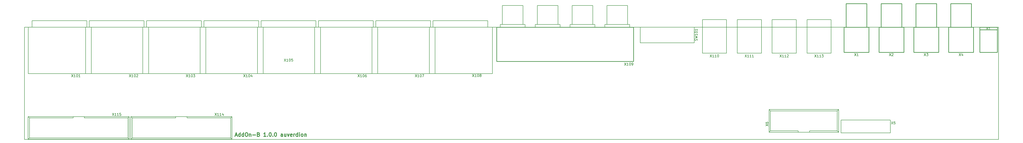
<source format=gto>
G04 #@! TF.GenerationSoftware,KiCad,Pcbnew,(5.1.0-0)*
G04 #@! TF.CreationDate,2019-10-24T22:52:16+02:00*
G04 #@! TF.ProjectId,AddOnB,4164644f-6e42-42e6-9b69-6361645f7063,rev?*
G04 #@! TF.SameCoordinates,Original*
G04 #@! TF.FileFunction,Legend,Top*
G04 #@! TF.FilePolarity,Positive*
%FSLAX46Y46*%
G04 Gerber Fmt 4.6, Leading zero omitted, Abs format (unit mm)*
G04 Created by KiCad (PCBNEW (5.1.0-0)) date 2019-10-24 22:52:16*
%MOMM*%
%LPD*%
G04 APERTURE LIST*
%ADD10C,0.300000*%
%ADD11C,0.150000*%
%ADD12C,0.254000*%
G04 APERTURE END LIST*
D10*
X90614285Y46650000D02*
X91328571Y46650000D01*
X90471428Y46221428D02*
X90971428Y47721428D01*
X91471428Y46221428D01*
X92614285Y46221428D02*
X92614285Y47721428D01*
X92614285Y46292857D02*
X92471428Y46221428D01*
X92185714Y46221428D01*
X92042857Y46292857D01*
X91971428Y46364285D01*
X91900000Y46507142D01*
X91900000Y46935714D01*
X91971428Y47078571D01*
X92042857Y47150000D01*
X92185714Y47221428D01*
X92471428Y47221428D01*
X92614285Y47150000D01*
X93971428Y46221428D02*
X93971428Y47721428D01*
X93971428Y46292857D02*
X93828571Y46221428D01*
X93542857Y46221428D01*
X93400000Y46292857D01*
X93328571Y46364285D01*
X93257142Y46507142D01*
X93257142Y46935714D01*
X93328571Y47078571D01*
X93400000Y47150000D01*
X93542857Y47221428D01*
X93828571Y47221428D01*
X93971428Y47150000D01*
X94971428Y47721428D02*
X95257142Y47721428D01*
X95400000Y47650000D01*
X95542857Y47507142D01*
X95614285Y47221428D01*
X95614285Y46721428D01*
X95542857Y46435714D01*
X95400000Y46292857D01*
X95257142Y46221428D01*
X94971428Y46221428D01*
X94828571Y46292857D01*
X94685714Y46435714D01*
X94614285Y46721428D01*
X94614285Y47221428D01*
X94685714Y47507142D01*
X94828571Y47650000D01*
X94971428Y47721428D01*
X96257142Y47221428D02*
X96257142Y46221428D01*
X96257142Y47078571D02*
X96328571Y47150000D01*
X96471428Y47221428D01*
X96685714Y47221428D01*
X96828571Y47150000D01*
X96900000Y47007142D01*
X96900000Y46221428D01*
X97614285Y46792857D02*
X98757142Y46792857D01*
X99971428Y47007142D02*
X100185714Y46935714D01*
X100257142Y46864285D01*
X100328571Y46721428D01*
X100328571Y46507142D01*
X100257142Y46364285D01*
X100185714Y46292857D01*
X100042857Y46221428D01*
X99471428Y46221428D01*
X99471428Y47721428D01*
X99971428Y47721428D01*
X100114285Y47650000D01*
X100185714Y47578571D01*
X100257142Y47435714D01*
X100257142Y47292857D01*
X100185714Y47150000D01*
X100114285Y47078571D01*
X99971428Y47007142D01*
X99471428Y47007142D01*
X102900000Y46221428D02*
X102042857Y46221428D01*
X102471428Y46221428D02*
X102471428Y47721428D01*
X102328571Y47507142D01*
X102185714Y47364285D01*
X102042857Y47292857D01*
X103542857Y46364285D02*
X103614285Y46292857D01*
X103542857Y46221428D01*
X103471428Y46292857D01*
X103542857Y46364285D01*
X103542857Y46221428D01*
X104542857Y47721428D02*
X104685714Y47721428D01*
X104828571Y47650000D01*
X104900000Y47578571D01*
X104971428Y47435714D01*
X105042857Y47150000D01*
X105042857Y46792857D01*
X104971428Y46507142D01*
X104900000Y46364285D01*
X104828571Y46292857D01*
X104685714Y46221428D01*
X104542857Y46221428D01*
X104400000Y46292857D01*
X104328571Y46364285D01*
X104257142Y46507142D01*
X104185714Y46792857D01*
X104185714Y47150000D01*
X104257142Y47435714D01*
X104328571Y47578571D01*
X104400000Y47650000D01*
X104542857Y47721428D01*
X105685714Y46364285D02*
X105757142Y46292857D01*
X105685714Y46221428D01*
X105614285Y46292857D01*
X105685714Y46364285D01*
X105685714Y46221428D01*
X106685714Y47721428D02*
X106828571Y47721428D01*
X106971428Y47650000D01*
X107042857Y47578571D01*
X107114285Y47435714D01*
X107185714Y47150000D01*
X107185714Y46792857D01*
X107114285Y46507142D01*
X107042857Y46364285D01*
X106971428Y46292857D01*
X106828571Y46221428D01*
X106685714Y46221428D01*
X106542857Y46292857D01*
X106471428Y46364285D01*
X106400000Y46507142D01*
X106328571Y46792857D01*
X106328571Y47150000D01*
X106400000Y47435714D01*
X106471428Y47578571D01*
X106542857Y47650000D01*
X106685714Y47721428D01*
X109614285Y46221428D02*
X109614285Y47007142D01*
X109542857Y47150000D01*
X109400000Y47221428D01*
X109114285Y47221428D01*
X108971428Y47150000D01*
X109614285Y46292857D02*
X109471428Y46221428D01*
X109114285Y46221428D01*
X108971428Y46292857D01*
X108900000Y46435714D01*
X108900000Y46578571D01*
X108971428Y46721428D01*
X109114285Y46792857D01*
X109471428Y46792857D01*
X109614285Y46864285D01*
X110971428Y47221428D02*
X110971428Y46221428D01*
X110328571Y47221428D02*
X110328571Y46435714D01*
X110400000Y46292857D01*
X110542857Y46221428D01*
X110757142Y46221428D01*
X110900000Y46292857D01*
X110971428Y46364285D01*
X111542857Y47221428D02*
X111900000Y46221428D01*
X112257142Y47221428D01*
X113400000Y46292857D02*
X113257142Y46221428D01*
X112971428Y46221428D01*
X112828571Y46292857D01*
X112757142Y46435714D01*
X112757142Y47007142D01*
X112828571Y47150000D01*
X112971428Y47221428D01*
X113257142Y47221428D01*
X113400000Y47150000D01*
X113471428Y47007142D01*
X113471428Y46864285D01*
X112757142Y46721428D01*
X114114285Y46221428D02*
X114114285Y47221428D01*
X114114285Y46935714D02*
X114185714Y47078571D01*
X114257142Y47150000D01*
X114400000Y47221428D01*
X114542857Y47221428D01*
X115685714Y46221428D02*
X115685714Y47721428D01*
X115685714Y46292857D02*
X115542857Y46221428D01*
X115257142Y46221428D01*
X115114285Y46292857D01*
X115042857Y46364285D01*
X114971428Y46507142D01*
X114971428Y46935714D01*
X115042857Y47078571D01*
X115114285Y47150000D01*
X115257142Y47221428D01*
X115542857Y47221428D01*
X115685714Y47150000D01*
X116400000Y46221428D02*
X116400000Y47221428D01*
X116400000Y47721428D02*
X116328571Y47650000D01*
X116400000Y47578571D01*
X116471428Y47650000D01*
X116400000Y47721428D01*
X116400000Y47578571D01*
X117328571Y46221428D02*
X117185714Y46292857D01*
X117114285Y46364285D01*
X117042857Y46507142D01*
X117042857Y46935714D01*
X117114285Y47078571D01*
X117185714Y47150000D01*
X117328571Y47221428D01*
X117542857Y47221428D01*
X117685714Y47150000D01*
X117757142Y47078571D01*
X117828571Y46935714D01*
X117828571Y46507142D01*
X117757142Y46364285D01*
X117685714Y46292857D01*
X117542857Y46221428D01*
X117328571Y46221428D01*
X118471428Y47221428D02*
X118471428Y46221428D01*
X118471428Y47078571D02*
X118542857Y47150000D01*
X118685714Y47221428D01*
X118900000Y47221428D01*
X119042857Y47150000D01*
X119114285Y47007142D01*
X119114285Y46221428D01*
D11*
X6000000Y45000000D02*
X6000000Y90000000D01*
X397000000Y45000000D02*
X6000000Y45000000D01*
X397000000Y90000000D02*
X397000000Y45000000D01*
X6000000Y90000000D02*
X397000000Y90000000D01*
X332860000Y47880000D02*
X332300000Y48430000D01*
X304920000Y47880000D02*
X305460000Y48430000D01*
X332860000Y56980000D02*
X332300000Y56430000D01*
X304920000Y56980000D02*
X305460000Y56430000D01*
X332300000Y56430000D02*
X332300000Y48430000D01*
X332860000Y56980000D02*
X332860000Y47880000D01*
X305460000Y56430000D02*
X305460000Y48430000D01*
X304920000Y56980000D02*
X304920000Y47880000D01*
X321140000Y48430000D02*
X321140000Y47880000D01*
X316640000Y48430000D02*
X316640000Y47880000D01*
X321140000Y48430000D02*
X332300000Y48430000D01*
X305460000Y48430000D02*
X316640000Y48430000D01*
X304920000Y47880000D02*
X332860000Y47880000D01*
X305460000Y56430000D02*
X332300000Y56430000D01*
X304920000Y56980000D02*
X332860000Y56980000D01*
D12*
X377000000Y90000000D02*
X387000000Y90000000D01*
X387000000Y90000000D02*
X387000000Y80000000D01*
X387000000Y80000000D02*
X377000000Y80000000D01*
X377000000Y80000000D02*
X377000000Y90000000D01*
X377850000Y90000000D02*
X377850000Y99500000D01*
X377850000Y99500000D02*
X386150000Y99500000D01*
X386150000Y99500000D02*
X386150000Y90000000D01*
X372150000Y99500000D02*
X372150000Y90000000D01*
X363850000Y99500000D02*
X372150000Y99500000D01*
X363850000Y90000000D02*
X363850000Y99500000D01*
X363000000Y80000000D02*
X363000000Y90000000D01*
X373000000Y80000000D02*
X363000000Y80000000D01*
X373000000Y90000000D02*
X373000000Y80000000D01*
X363000000Y90000000D02*
X373000000Y90000000D01*
X349000000Y90000000D02*
X359000000Y90000000D01*
X359000000Y90000000D02*
X359000000Y80000000D01*
X359000000Y80000000D02*
X349000000Y80000000D01*
X349000000Y80000000D02*
X349000000Y90000000D01*
X349850000Y90000000D02*
X349850000Y99500000D01*
X349850000Y99500000D02*
X358150000Y99500000D01*
X358150000Y99500000D02*
X358150000Y90000000D01*
D11*
X7500000Y90000000D02*
X7500000Y71400000D01*
X7500000Y71400000D02*
X32800000Y71400000D01*
X32800000Y71400000D02*
X32800000Y90000000D01*
X32800000Y90000000D02*
X7500000Y90000000D01*
X9000000Y90000000D02*
X9000000Y92700000D01*
X9000000Y92700000D02*
X31000000Y92700000D01*
X31000000Y92700000D02*
X31000000Y90000000D01*
X30500000Y90000000D02*
X30500000Y71400000D01*
X30500000Y71400000D02*
X55800000Y71400000D01*
X55800000Y71400000D02*
X55800000Y90000000D01*
X55800000Y90000000D02*
X30500000Y90000000D01*
X32000000Y90000000D02*
X32000000Y92700000D01*
X32000000Y92700000D02*
X54000000Y92700000D01*
X54000000Y92700000D02*
X54000000Y90000000D01*
X53500000Y90000000D02*
X53500000Y71400000D01*
X53500000Y71400000D02*
X78800000Y71400000D01*
X78800000Y71400000D02*
X78800000Y90000000D01*
X78800000Y90000000D02*
X53500000Y90000000D01*
X55000000Y90000000D02*
X55000000Y92700000D01*
X55000000Y92700000D02*
X77000000Y92700000D01*
X77000000Y92700000D02*
X77000000Y90000000D01*
X76500000Y90000000D02*
X76500000Y71400000D01*
X76500000Y71400000D02*
X101800000Y71400000D01*
X101800000Y71400000D02*
X101800000Y90000000D01*
X101800000Y90000000D02*
X76500000Y90000000D01*
X78000000Y90000000D02*
X78000000Y92700000D01*
X78000000Y92700000D02*
X100000000Y92700000D01*
X100000000Y92700000D02*
X100000000Y90000000D01*
X99500000Y90000000D02*
X99500000Y71400000D01*
X99500000Y71400000D02*
X124800000Y71400000D01*
X124800000Y71400000D02*
X124800000Y90000000D01*
X124800000Y90000000D02*
X99500000Y90000000D01*
X101000000Y90000000D02*
X101000000Y92700000D01*
X101000000Y92700000D02*
X123000000Y92700000D01*
X123000000Y92700000D02*
X123000000Y90000000D01*
X122500000Y90000000D02*
X122500000Y71400000D01*
X122500000Y71400000D02*
X147800000Y71400000D01*
X147800000Y71400000D02*
X147800000Y90000000D01*
X147800000Y90000000D02*
X122500000Y90000000D01*
X124000000Y90000000D02*
X124000000Y92700000D01*
X124000000Y92700000D02*
X146000000Y92700000D01*
X146000000Y92700000D02*
X146000000Y90000000D01*
X145500000Y90000000D02*
X145500000Y71400000D01*
X145500000Y71400000D02*
X170800000Y71400000D01*
X170800000Y71400000D02*
X170800000Y90000000D01*
X170800000Y90000000D02*
X145500000Y90000000D01*
X147000000Y90000000D02*
X147000000Y92700000D01*
X147000000Y92700000D02*
X169000000Y92700000D01*
X169000000Y92700000D02*
X169000000Y90000000D01*
X168500000Y90000000D02*
X168500000Y71400000D01*
X168500000Y71400000D02*
X193800000Y71400000D01*
X193800000Y71400000D02*
X193800000Y90000000D01*
X193800000Y90000000D02*
X168500000Y90000000D01*
X170000000Y90000000D02*
X170000000Y92700000D01*
X170000000Y92700000D02*
X192000000Y92700000D01*
X192000000Y92700000D02*
X192000000Y90000000D01*
D12*
X250500000Y76300000D02*
X250500000Y90000000D01*
X195500000Y76300000D02*
X250500000Y76300000D01*
X195500000Y90000000D02*
X195500000Y76300000D01*
X250500000Y90000000D02*
X195500000Y90000000D01*
D11*
X207000000Y90000000D02*
X207000000Y91100000D01*
X206150000Y98800000D02*
X206150000Y91100000D01*
X206150000Y98800000D02*
X197850000Y98800000D01*
X197000000Y91100000D02*
X197000000Y90000000D01*
X197850000Y98800000D02*
X197850000Y91100000D01*
X207000000Y91100000D02*
X197000000Y91100000D01*
X221000000Y91100000D02*
X211000000Y91100000D01*
X220150000Y98800000D02*
X220150000Y91100000D01*
X221000000Y90000000D02*
X221000000Y91100000D01*
X220150000Y98800000D02*
X211850000Y98800000D01*
X211000000Y91100000D02*
X211000000Y90000000D01*
X211850000Y98800000D02*
X211850000Y91100000D01*
X225000000Y91100000D02*
X225000000Y90000000D01*
X235000000Y91100000D02*
X225000000Y91100000D01*
X235000000Y90000000D02*
X235000000Y91100000D01*
X234150000Y98800000D02*
X225850000Y98800000D01*
X234150000Y98800000D02*
X234150000Y91100000D01*
X225850000Y98800000D02*
X225850000Y91100000D01*
X248150000Y98800000D02*
X239850000Y98800000D01*
X248150000Y98800000D02*
X248150000Y91100000D01*
X239850000Y98800000D02*
X239850000Y91100000D01*
X239000000Y91100000D02*
X239000000Y90000000D01*
X249000000Y91100000D02*
X239000000Y91100000D01*
X249000000Y90000000D02*
X249000000Y91100000D01*
X278150000Y79610000D02*
X287850000Y79610000D01*
X287850000Y79610000D02*
X287850000Y93110000D01*
X287850000Y93100000D02*
X278150000Y93100000D01*
X278150000Y93110000D02*
X278150000Y79610000D01*
X292150000Y93110000D02*
X292150000Y79610000D01*
X301850000Y93100000D02*
X292150000Y93100000D01*
X301850000Y79610000D02*
X301850000Y93110000D01*
X292150000Y79610000D02*
X301850000Y79610000D01*
X306150000Y79610000D02*
X315850000Y79610000D01*
X315850000Y79610000D02*
X315850000Y93110000D01*
X315850000Y93100000D02*
X306150000Y93100000D01*
X306150000Y93110000D02*
X306150000Y79610000D01*
X320150000Y93110000D02*
X320150000Y79610000D01*
X329850000Y93100000D02*
X320150000Y93100000D01*
X329850000Y79610000D02*
X329850000Y93110000D01*
X320150000Y79610000D02*
X329850000Y79610000D01*
X48640000Y54180000D02*
X49200000Y53630000D01*
X89280000Y54180000D02*
X88740000Y53630000D01*
X48640000Y45080000D02*
X49200000Y45630000D01*
X89280000Y45080000D02*
X88740000Y45630000D01*
X49200000Y45630000D02*
X49200000Y53630000D01*
X48640000Y45080000D02*
X48640000Y54180000D01*
X88740000Y45630000D02*
X88740000Y53630000D01*
X89280000Y45080000D02*
X89280000Y54180000D01*
X66710000Y53630000D02*
X66710000Y54180000D01*
X71210000Y53630000D02*
X71210000Y54180000D01*
X66710000Y53630000D02*
X49200000Y53630000D01*
X88740000Y53630000D02*
X71210000Y53630000D01*
X89280000Y54180000D02*
X48640000Y54180000D01*
X88740000Y45630000D02*
X49200000Y45630000D01*
X89280000Y45080000D02*
X48640000Y45080000D01*
X48080000Y45080000D02*
X7440000Y45080000D01*
X47540000Y45630000D02*
X8000000Y45630000D01*
X48080000Y54180000D02*
X7440000Y54180000D01*
X47540000Y53630000D02*
X30010000Y53630000D01*
X25510000Y53630000D02*
X8000000Y53630000D01*
X30010000Y53630000D02*
X30010000Y54180000D01*
X25510000Y53630000D02*
X25510000Y54180000D01*
X48080000Y45080000D02*
X48080000Y54180000D01*
X47540000Y45630000D02*
X47540000Y53630000D01*
X7440000Y45080000D02*
X7440000Y54180000D01*
X8000000Y45630000D02*
X8000000Y53630000D01*
X48080000Y45080000D02*
X47540000Y45630000D01*
X7440000Y45080000D02*
X8000000Y45630000D01*
X48080000Y54180000D02*
X47540000Y53630000D01*
X7440000Y54180000D02*
X8000000Y53630000D01*
D12*
X344150000Y99500000D02*
X344150000Y90000000D01*
X335850000Y99500000D02*
X344150000Y99500000D01*
X335850000Y90000000D02*
X335850000Y99500000D01*
X335000000Y80000000D02*
X335000000Y90000000D01*
X345000000Y80000000D02*
X335000000Y80000000D01*
X345000000Y90000000D02*
X345000000Y80000000D01*
X335000000Y90000000D02*
X345000000Y90000000D01*
D11*
X333770000Y47600000D02*
X333770000Y52800000D01*
X353630000Y47600000D02*
X333770000Y47600000D01*
X353630000Y52800000D02*
X353630000Y47600000D01*
X333770000Y52800000D02*
X353630000Y52800000D01*
D12*
X389500000Y90000000D02*
X389500000Y80000000D01*
X389500000Y80000000D02*
X396500000Y80000000D01*
X396500000Y80000000D02*
X396500000Y90000000D01*
X396500000Y90000000D02*
X389500000Y90000000D01*
X389500000Y89000000D02*
X396500000Y89000000D01*
D11*
X274840000Y83800000D02*
X253160000Y83800000D01*
X253160000Y83800000D02*
X253160000Y90000000D01*
X253160000Y90000000D02*
X274840000Y90000000D01*
X274840000Y90000000D02*
X274840000Y83800000D01*
X303552380Y50390476D02*
X304552380Y51057142D01*
X303552380Y51057142D02*
X304552380Y50390476D01*
X303552380Y51866666D02*
X303552380Y51676190D01*
X303600000Y51580952D01*
X303647619Y51533333D01*
X303790476Y51438095D01*
X303980952Y51390476D01*
X304361904Y51390476D01*
X304457142Y51438095D01*
X304504761Y51485714D01*
X304552380Y51580952D01*
X304552380Y51771428D01*
X304504761Y51866666D01*
X304457142Y51914285D01*
X304361904Y51961904D01*
X304123809Y51961904D01*
X304028571Y51914285D01*
X303980952Y51866666D01*
X303933333Y51771428D01*
X303933333Y51580952D01*
X303980952Y51485714D01*
X304028571Y51438095D01*
X304123809Y51390476D01*
X381190476Y79547619D02*
X381857142Y78547619D01*
X381857142Y79547619D02*
X381190476Y78547619D01*
X382666666Y79214285D02*
X382666666Y78547619D01*
X382428571Y79595238D02*
X382190476Y78880952D01*
X382809523Y78880952D01*
X367190476Y79547619D02*
X367857142Y78547619D01*
X367857142Y79547619D02*
X367190476Y78547619D01*
X368142857Y79547619D02*
X368761904Y79547619D01*
X368428571Y79166666D01*
X368571428Y79166666D01*
X368666666Y79119047D01*
X368714285Y79071428D01*
X368761904Y78976190D01*
X368761904Y78738095D01*
X368714285Y78642857D01*
X368666666Y78595238D01*
X368571428Y78547619D01*
X368285714Y78547619D01*
X368190476Y78595238D01*
X368142857Y78642857D01*
X353190476Y79547619D02*
X353857142Y78547619D01*
X353857142Y79547619D02*
X353190476Y78547619D01*
X354190476Y79452380D02*
X354238095Y79500000D01*
X354333333Y79547619D01*
X354571428Y79547619D01*
X354666666Y79500000D01*
X354714285Y79452380D01*
X354761904Y79357142D01*
X354761904Y79261904D01*
X354714285Y79119047D01*
X354142857Y78547619D01*
X354761904Y78547619D01*
X24838095Y71047619D02*
X25504761Y70047619D01*
X25504761Y71047619D02*
X24838095Y70047619D01*
X26409523Y70047619D02*
X25838095Y70047619D01*
X26123809Y70047619D02*
X26123809Y71047619D01*
X26028571Y70904761D01*
X25933333Y70809523D01*
X25838095Y70761904D01*
X27028571Y71047619D02*
X27123809Y71047619D01*
X27219047Y71000000D01*
X27266666Y70952380D01*
X27314285Y70857142D01*
X27361904Y70666666D01*
X27361904Y70428571D01*
X27314285Y70238095D01*
X27266666Y70142857D01*
X27219047Y70095238D01*
X27123809Y70047619D01*
X27028571Y70047619D01*
X26933333Y70095238D01*
X26885714Y70142857D01*
X26838095Y70238095D01*
X26790476Y70428571D01*
X26790476Y70666666D01*
X26838095Y70857142D01*
X26885714Y70952380D01*
X26933333Y71000000D01*
X27028571Y71047619D01*
X28314285Y70047619D02*
X27742857Y70047619D01*
X28028571Y70047619D02*
X28028571Y71047619D01*
X27933333Y70904761D01*
X27838095Y70809523D01*
X27742857Y70761904D01*
X48038095Y71047619D02*
X48704761Y70047619D01*
X48704761Y71047619D02*
X48038095Y70047619D01*
X49609523Y70047619D02*
X49038095Y70047619D01*
X49323809Y70047619D02*
X49323809Y71047619D01*
X49228571Y70904761D01*
X49133333Y70809523D01*
X49038095Y70761904D01*
X50228571Y71047619D02*
X50323809Y71047619D01*
X50419047Y71000000D01*
X50466666Y70952380D01*
X50514285Y70857142D01*
X50561904Y70666666D01*
X50561904Y70428571D01*
X50514285Y70238095D01*
X50466666Y70142857D01*
X50419047Y70095238D01*
X50323809Y70047619D01*
X50228571Y70047619D01*
X50133333Y70095238D01*
X50085714Y70142857D01*
X50038095Y70238095D01*
X49990476Y70428571D01*
X49990476Y70666666D01*
X50038095Y70857142D01*
X50085714Y70952380D01*
X50133333Y71000000D01*
X50228571Y71047619D01*
X50942857Y70952380D02*
X50990476Y71000000D01*
X51085714Y71047619D01*
X51323809Y71047619D01*
X51419047Y71000000D01*
X51466666Y70952380D01*
X51514285Y70857142D01*
X51514285Y70761904D01*
X51466666Y70619047D01*
X50895238Y70047619D01*
X51514285Y70047619D01*
X70938095Y71047619D02*
X71604761Y70047619D01*
X71604761Y71047619D02*
X70938095Y70047619D01*
X72509523Y70047619D02*
X71938095Y70047619D01*
X72223809Y70047619D02*
X72223809Y71047619D01*
X72128571Y70904761D01*
X72033333Y70809523D01*
X71938095Y70761904D01*
X73128571Y71047619D02*
X73223809Y71047619D01*
X73319047Y71000000D01*
X73366666Y70952380D01*
X73414285Y70857142D01*
X73461904Y70666666D01*
X73461904Y70428571D01*
X73414285Y70238095D01*
X73366666Y70142857D01*
X73319047Y70095238D01*
X73223809Y70047619D01*
X73128571Y70047619D01*
X73033333Y70095238D01*
X72985714Y70142857D01*
X72938095Y70238095D01*
X72890476Y70428571D01*
X72890476Y70666666D01*
X72938095Y70857142D01*
X72985714Y70952380D01*
X73033333Y71000000D01*
X73128571Y71047619D01*
X73795238Y71047619D02*
X74414285Y71047619D01*
X74080952Y70666666D01*
X74223809Y70666666D01*
X74319047Y70619047D01*
X74366666Y70571428D01*
X74414285Y70476190D01*
X74414285Y70238095D01*
X74366666Y70142857D01*
X74319047Y70095238D01*
X74223809Y70047619D01*
X73938095Y70047619D01*
X73842857Y70095238D01*
X73795238Y70142857D01*
X93938095Y71047619D02*
X94604761Y70047619D01*
X94604761Y71047619D02*
X93938095Y70047619D01*
X95509523Y70047619D02*
X94938095Y70047619D01*
X95223809Y70047619D02*
X95223809Y71047619D01*
X95128571Y70904761D01*
X95033333Y70809523D01*
X94938095Y70761904D01*
X96128571Y71047619D02*
X96223809Y71047619D01*
X96319047Y71000000D01*
X96366666Y70952380D01*
X96414285Y70857142D01*
X96461904Y70666666D01*
X96461904Y70428571D01*
X96414285Y70238095D01*
X96366666Y70142857D01*
X96319047Y70095238D01*
X96223809Y70047619D01*
X96128571Y70047619D01*
X96033333Y70095238D01*
X95985714Y70142857D01*
X95938095Y70238095D01*
X95890476Y70428571D01*
X95890476Y70666666D01*
X95938095Y70857142D01*
X95985714Y70952380D01*
X96033333Y71000000D01*
X96128571Y71047619D01*
X97319047Y70714285D02*
X97319047Y70047619D01*
X97080952Y71095238D02*
X96842857Y70380952D01*
X97461904Y70380952D01*
X110238095Y77347619D02*
X110904761Y76347619D01*
X110904761Y77347619D02*
X110238095Y76347619D01*
X111809523Y76347619D02*
X111238095Y76347619D01*
X111523809Y76347619D02*
X111523809Y77347619D01*
X111428571Y77204761D01*
X111333333Y77109523D01*
X111238095Y77061904D01*
X112428571Y77347619D02*
X112523809Y77347619D01*
X112619047Y77300000D01*
X112666666Y77252380D01*
X112714285Y77157142D01*
X112761904Y76966666D01*
X112761904Y76728571D01*
X112714285Y76538095D01*
X112666666Y76442857D01*
X112619047Y76395238D01*
X112523809Y76347619D01*
X112428571Y76347619D01*
X112333333Y76395238D01*
X112285714Y76442857D01*
X112238095Y76538095D01*
X112190476Y76728571D01*
X112190476Y76966666D01*
X112238095Y77157142D01*
X112285714Y77252380D01*
X112333333Y77300000D01*
X112428571Y77347619D01*
X113666666Y77347619D02*
X113190476Y77347619D01*
X113142857Y76871428D01*
X113190476Y76919047D01*
X113285714Y76966666D01*
X113523809Y76966666D01*
X113619047Y76919047D01*
X113666666Y76871428D01*
X113714285Y76776190D01*
X113714285Y76538095D01*
X113666666Y76442857D01*
X113619047Y76395238D01*
X113523809Y76347619D01*
X113285714Y76347619D01*
X113190476Y76395238D01*
X113142857Y76442857D01*
X139838095Y71047619D02*
X140504761Y70047619D01*
X140504761Y71047619D02*
X139838095Y70047619D01*
X141409523Y70047619D02*
X140838095Y70047619D01*
X141123809Y70047619D02*
X141123809Y71047619D01*
X141028571Y70904761D01*
X140933333Y70809523D01*
X140838095Y70761904D01*
X142028571Y71047619D02*
X142123809Y71047619D01*
X142219047Y71000000D01*
X142266666Y70952380D01*
X142314285Y70857142D01*
X142361904Y70666666D01*
X142361904Y70428571D01*
X142314285Y70238095D01*
X142266666Y70142857D01*
X142219047Y70095238D01*
X142123809Y70047619D01*
X142028571Y70047619D01*
X141933333Y70095238D01*
X141885714Y70142857D01*
X141838095Y70238095D01*
X141790476Y70428571D01*
X141790476Y70666666D01*
X141838095Y70857142D01*
X141885714Y70952380D01*
X141933333Y71000000D01*
X142028571Y71047619D01*
X143219047Y71047619D02*
X143028571Y71047619D01*
X142933333Y71000000D01*
X142885714Y70952380D01*
X142790476Y70809523D01*
X142742857Y70619047D01*
X142742857Y70238095D01*
X142790476Y70142857D01*
X142838095Y70095238D01*
X142933333Y70047619D01*
X143123809Y70047619D01*
X143219047Y70095238D01*
X143266666Y70142857D01*
X143314285Y70238095D01*
X143314285Y70476190D01*
X143266666Y70571428D01*
X143219047Y70619047D01*
X143123809Y70666666D01*
X142933333Y70666666D01*
X142838095Y70619047D01*
X142790476Y70571428D01*
X142742857Y70476190D01*
X162838095Y71047619D02*
X163504761Y70047619D01*
X163504761Y71047619D02*
X162838095Y70047619D01*
X164409523Y70047619D02*
X163838095Y70047619D01*
X164123809Y70047619D02*
X164123809Y71047619D01*
X164028571Y70904761D01*
X163933333Y70809523D01*
X163838095Y70761904D01*
X165028571Y71047619D02*
X165123809Y71047619D01*
X165219047Y71000000D01*
X165266666Y70952380D01*
X165314285Y70857142D01*
X165361904Y70666666D01*
X165361904Y70428571D01*
X165314285Y70238095D01*
X165266666Y70142857D01*
X165219047Y70095238D01*
X165123809Y70047619D01*
X165028571Y70047619D01*
X164933333Y70095238D01*
X164885714Y70142857D01*
X164838095Y70238095D01*
X164790476Y70428571D01*
X164790476Y70666666D01*
X164838095Y70857142D01*
X164885714Y70952380D01*
X164933333Y71000000D01*
X165028571Y71047619D01*
X165695238Y71047619D02*
X166361904Y71047619D01*
X165933333Y70047619D01*
X185838095Y71147619D02*
X186504761Y70147619D01*
X186504761Y71147619D02*
X185838095Y70147619D01*
X187409523Y70147619D02*
X186838095Y70147619D01*
X187123809Y70147619D02*
X187123809Y71147619D01*
X187028571Y71004761D01*
X186933333Y70909523D01*
X186838095Y70861904D01*
X188028571Y71147619D02*
X188123809Y71147619D01*
X188219047Y71100000D01*
X188266666Y71052380D01*
X188314285Y70957142D01*
X188361904Y70766666D01*
X188361904Y70528571D01*
X188314285Y70338095D01*
X188266666Y70242857D01*
X188219047Y70195238D01*
X188123809Y70147619D01*
X188028571Y70147619D01*
X187933333Y70195238D01*
X187885714Y70242857D01*
X187838095Y70338095D01*
X187790476Y70528571D01*
X187790476Y70766666D01*
X187838095Y70957142D01*
X187885714Y71052380D01*
X187933333Y71100000D01*
X188028571Y71147619D01*
X188933333Y70719047D02*
X188838095Y70766666D01*
X188790476Y70814285D01*
X188742857Y70909523D01*
X188742857Y70957142D01*
X188790476Y71052380D01*
X188838095Y71100000D01*
X188933333Y71147619D01*
X189123809Y71147619D01*
X189219047Y71100000D01*
X189266666Y71052380D01*
X189314285Y70957142D01*
X189314285Y70909523D01*
X189266666Y70814285D01*
X189219047Y70766666D01*
X189123809Y70719047D01*
X188933333Y70719047D01*
X188838095Y70671428D01*
X188790476Y70623809D01*
X188742857Y70528571D01*
X188742857Y70338095D01*
X188790476Y70242857D01*
X188838095Y70195238D01*
X188933333Y70147619D01*
X189123809Y70147619D01*
X189219047Y70195238D01*
X189266666Y70242857D01*
X189314285Y70338095D01*
X189314285Y70528571D01*
X189266666Y70623809D01*
X189219047Y70671428D01*
X189123809Y70719047D01*
X246838095Y75747619D02*
X247504761Y74747619D01*
X247504761Y75747619D02*
X246838095Y74747619D01*
X248409523Y74747619D02*
X247838095Y74747619D01*
X248123809Y74747619D02*
X248123809Y75747619D01*
X248028571Y75604761D01*
X247933333Y75509523D01*
X247838095Y75461904D01*
X249028571Y75747619D02*
X249123809Y75747619D01*
X249219047Y75700000D01*
X249266666Y75652380D01*
X249314285Y75557142D01*
X249361904Y75366666D01*
X249361904Y75128571D01*
X249314285Y74938095D01*
X249266666Y74842857D01*
X249219047Y74795238D01*
X249123809Y74747619D01*
X249028571Y74747619D01*
X248933333Y74795238D01*
X248885714Y74842857D01*
X248838095Y74938095D01*
X248790476Y75128571D01*
X248790476Y75366666D01*
X248838095Y75557142D01*
X248885714Y75652380D01*
X248933333Y75700000D01*
X249028571Y75747619D01*
X249838095Y74747619D02*
X250028571Y74747619D01*
X250123809Y74795238D01*
X250171428Y74842857D01*
X250266666Y74985714D01*
X250314285Y75176190D01*
X250314285Y75557142D01*
X250266666Y75652380D01*
X250219047Y75700000D01*
X250123809Y75747619D01*
X249933333Y75747619D01*
X249838095Y75700000D01*
X249790476Y75652380D01*
X249742857Y75557142D01*
X249742857Y75319047D01*
X249790476Y75223809D01*
X249838095Y75176190D01*
X249933333Y75128571D01*
X250123809Y75128571D01*
X250219047Y75176190D01*
X250266666Y75223809D01*
X250314285Y75319047D01*
X281238095Y79047619D02*
X281904761Y78047619D01*
X281904761Y79047619D02*
X281238095Y78047619D01*
X282809523Y78047619D02*
X282238095Y78047619D01*
X282523809Y78047619D02*
X282523809Y79047619D01*
X282428571Y78904761D01*
X282333333Y78809523D01*
X282238095Y78761904D01*
X283761904Y78047619D02*
X283190476Y78047619D01*
X283476190Y78047619D02*
X283476190Y79047619D01*
X283380952Y78904761D01*
X283285714Y78809523D01*
X283190476Y78761904D01*
X284380952Y79047619D02*
X284476190Y79047619D01*
X284571428Y79000000D01*
X284619047Y78952380D01*
X284666666Y78857142D01*
X284714285Y78666666D01*
X284714285Y78428571D01*
X284666666Y78238095D01*
X284619047Y78142857D01*
X284571428Y78095238D01*
X284476190Y78047619D01*
X284380952Y78047619D01*
X284285714Y78095238D01*
X284238095Y78142857D01*
X284190476Y78238095D01*
X284142857Y78428571D01*
X284142857Y78666666D01*
X284190476Y78857142D01*
X284238095Y78952380D01*
X284285714Y79000000D01*
X284380952Y79047619D01*
X295238095Y79047619D02*
X295904761Y78047619D01*
X295904761Y79047619D02*
X295238095Y78047619D01*
X296809523Y78047619D02*
X296238095Y78047619D01*
X296523809Y78047619D02*
X296523809Y79047619D01*
X296428571Y78904761D01*
X296333333Y78809523D01*
X296238095Y78761904D01*
X297761904Y78047619D02*
X297190476Y78047619D01*
X297476190Y78047619D02*
X297476190Y79047619D01*
X297380952Y78904761D01*
X297285714Y78809523D01*
X297190476Y78761904D01*
X298714285Y78047619D02*
X298142857Y78047619D01*
X298428571Y78047619D02*
X298428571Y79047619D01*
X298333333Y78904761D01*
X298238095Y78809523D01*
X298142857Y78761904D01*
X309238095Y79047619D02*
X309904761Y78047619D01*
X309904761Y79047619D02*
X309238095Y78047619D01*
X310809523Y78047619D02*
X310238095Y78047619D01*
X310523809Y78047619D02*
X310523809Y79047619D01*
X310428571Y78904761D01*
X310333333Y78809523D01*
X310238095Y78761904D01*
X311761904Y78047619D02*
X311190476Y78047619D01*
X311476190Y78047619D02*
X311476190Y79047619D01*
X311380952Y78904761D01*
X311285714Y78809523D01*
X311190476Y78761904D01*
X312142857Y78952380D02*
X312190476Y79000000D01*
X312285714Y79047619D01*
X312523809Y79047619D01*
X312619047Y79000000D01*
X312666666Y78952380D01*
X312714285Y78857142D01*
X312714285Y78761904D01*
X312666666Y78619047D01*
X312095238Y78047619D01*
X312714285Y78047619D01*
X323238095Y79047619D02*
X323904761Y78047619D01*
X323904761Y79047619D02*
X323238095Y78047619D01*
X324809523Y78047619D02*
X324238095Y78047619D01*
X324523809Y78047619D02*
X324523809Y79047619D01*
X324428571Y78904761D01*
X324333333Y78809523D01*
X324238095Y78761904D01*
X325761904Y78047619D02*
X325190476Y78047619D01*
X325476190Y78047619D02*
X325476190Y79047619D01*
X325380952Y78904761D01*
X325285714Y78809523D01*
X325190476Y78761904D01*
X326095238Y79047619D02*
X326714285Y79047619D01*
X326380952Y78666666D01*
X326523809Y78666666D01*
X326619047Y78619047D01*
X326666666Y78571428D01*
X326714285Y78476190D01*
X326714285Y78238095D01*
X326666666Y78142857D01*
X326619047Y78095238D01*
X326523809Y78047619D01*
X326238095Y78047619D01*
X326142857Y78095238D01*
X326095238Y78142857D01*
X82438095Y55547619D02*
X83104761Y54547619D01*
X83104761Y55547619D02*
X82438095Y54547619D01*
X84009523Y54547619D02*
X83438095Y54547619D01*
X83723809Y54547619D02*
X83723809Y55547619D01*
X83628571Y55404761D01*
X83533333Y55309523D01*
X83438095Y55261904D01*
X84961904Y54547619D02*
X84390476Y54547619D01*
X84676190Y54547619D02*
X84676190Y55547619D01*
X84580952Y55404761D01*
X84485714Y55309523D01*
X84390476Y55261904D01*
X85819047Y55214285D02*
X85819047Y54547619D01*
X85580952Y55595238D02*
X85342857Y54880952D01*
X85961904Y54880952D01*
X41238095Y55547619D02*
X41904761Y54547619D01*
X41904761Y55547619D02*
X41238095Y54547619D01*
X42809523Y54547619D02*
X42238095Y54547619D01*
X42523809Y54547619D02*
X42523809Y55547619D01*
X42428571Y55404761D01*
X42333333Y55309523D01*
X42238095Y55261904D01*
X43761904Y54547619D02*
X43190476Y54547619D01*
X43476190Y54547619D02*
X43476190Y55547619D01*
X43380952Y55404761D01*
X43285714Y55309523D01*
X43190476Y55261904D01*
X44666666Y55547619D02*
X44190476Y55547619D01*
X44142857Y55071428D01*
X44190476Y55119047D01*
X44285714Y55166666D01*
X44523809Y55166666D01*
X44619047Y55119047D01*
X44666666Y55071428D01*
X44714285Y54976190D01*
X44714285Y54738095D01*
X44666666Y54642857D01*
X44619047Y54595238D01*
X44523809Y54547619D01*
X44285714Y54547619D01*
X44190476Y54595238D01*
X44142857Y54642857D01*
X339190476Y79547619D02*
X339857142Y78547619D01*
X339857142Y79547619D02*
X339190476Y78547619D01*
X340761904Y78547619D02*
X340190476Y78547619D01*
X340476190Y78547619D02*
X340476190Y79547619D01*
X340380952Y79404761D01*
X340285714Y79309523D01*
X340190476Y79261904D01*
X353990476Y52147619D02*
X354657142Y51147619D01*
X354657142Y52147619D02*
X353990476Y51147619D01*
X355514285Y52147619D02*
X355038095Y52147619D01*
X354990476Y51671428D01*
X355038095Y51719047D01*
X355133333Y51766666D01*
X355371428Y51766666D01*
X355466666Y51719047D01*
X355514285Y51671428D01*
X355561904Y51576190D01*
X355561904Y51338095D01*
X355514285Y51242857D01*
X355466666Y51195238D01*
X355371428Y51147619D01*
X355133333Y51147619D01*
X355038095Y51195238D01*
X354990476Y51242857D01*
X392595238Y89571428D02*
X392738095Y89523809D01*
X392785714Y89476190D01*
X392833333Y89380952D01*
X392833333Y89238095D01*
X392785714Y89142857D01*
X392738095Y89095238D01*
X392642857Y89047619D01*
X392261904Y89047619D01*
X392261904Y90047619D01*
X392595238Y90047619D01*
X392690476Y90000000D01*
X392738095Y89952380D01*
X392785714Y89857142D01*
X392785714Y89761904D01*
X392738095Y89666666D01*
X392690476Y89619047D01*
X392595238Y89571428D01*
X392261904Y89571428D01*
X393785714Y89047619D02*
X393214285Y89047619D01*
X393500000Y89047619D02*
X393500000Y90047619D01*
X393404761Y89904761D01*
X393309523Y89809523D01*
X393214285Y89761904D01*
X276104761Y84714285D02*
X276152380Y84857142D01*
X276152380Y85095238D01*
X276104761Y85190476D01*
X276057142Y85238095D01*
X275961904Y85285714D01*
X275866666Y85285714D01*
X275771428Y85238095D01*
X275723809Y85190476D01*
X275676190Y85095238D01*
X275628571Y84904761D01*
X275580952Y84809523D01*
X275533333Y84761904D01*
X275438095Y84714285D01*
X275342857Y84714285D01*
X275247619Y84761904D01*
X275200000Y84809523D01*
X275152380Y84904761D01*
X275152380Y85142857D01*
X275200000Y85285714D01*
X275152380Y85619047D02*
X276152380Y85857142D01*
X275438095Y86047619D01*
X276152380Y86238095D01*
X275152380Y86476190D01*
X276152380Y87380952D02*
X276152380Y86809523D01*
X276152380Y87095238D02*
X275152380Y87095238D01*
X275295238Y87000000D01*
X275390476Y86904761D01*
X275438095Y86809523D01*
X275152380Y88000000D02*
X275152380Y88095238D01*
X275200000Y88190476D01*
X275247619Y88238095D01*
X275342857Y88285714D01*
X275533333Y88333333D01*
X275771428Y88333333D01*
X275961904Y88285714D01*
X276057142Y88238095D01*
X276104761Y88190476D01*
X276152380Y88095238D01*
X276152380Y88000000D01*
X276104761Y87904761D01*
X276057142Y87857142D01*
X275961904Y87809523D01*
X275771428Y87761904D01*
X275533333Y87761904D01*
X275342857Y87809523D01*
X275247619Y87857142D01*
X275200000Y87904761D01*
X275152380Y88000000D01*
X276152380Y89285714D02*
X276152380Y88714285D01*
X276152380Y89000000D02*
X275152380Y89000000D01*
X275295238Y88904761D01*
X275390476Y88809523D01*
X275438095Y88714285D01*
M02*

</source>
